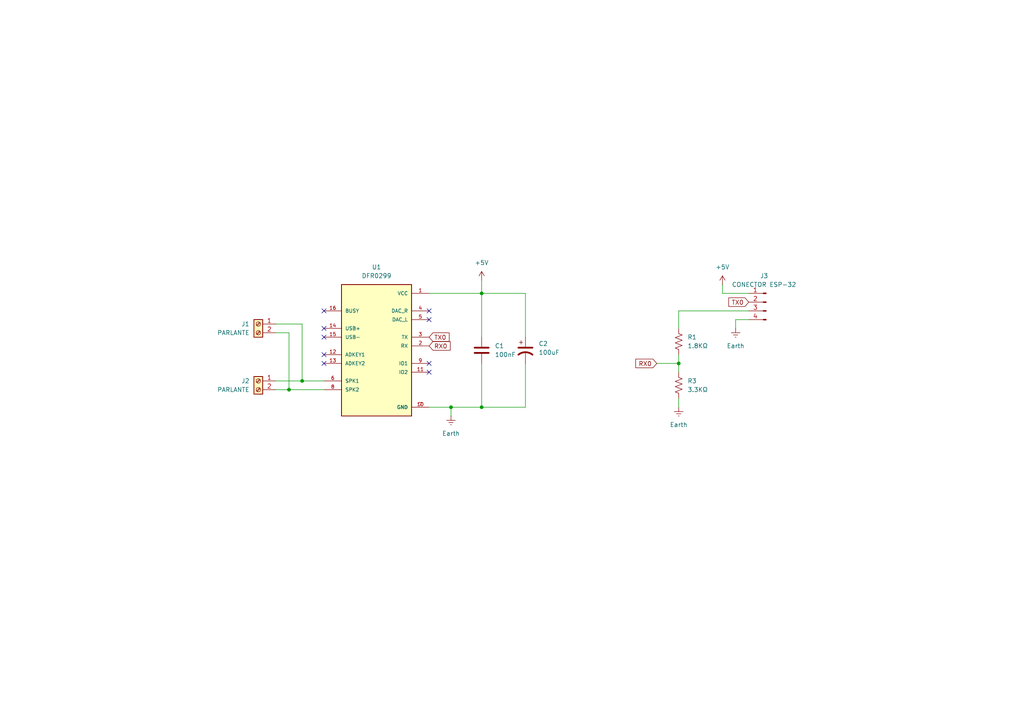
<source format=kicad_sch>
(kicad_sch (version 20231120) (generator "eeschema") (generator_version "8.0")
  (paper "A4")
  (lib_symbols
    (symbol "Connector:Conn_01x04_Pin" (pin_names (offset 1.016) hide)
      (property "Reference" "J" (at 0 5.08 0))
      (property "Value" "Conn_01x04_Pin" (at 0 -7.62 0))
      (symbol "Conn_01x04_Pin_1_1"
        (polyline (pts (xy 1.27 -5.08) (xy 0.8636 -5.08)) (stroke (width 0.1524)))
        (polyline (pts (xy 1.27 -2.54) (xy 0.8636 -2.54)) (stroke (width 0.1524)))
        (polyline (pts (xy 1.27 0) (xy 0.8636 0)) (stroke (width 0.1524)))
        (polyline (pts (xy 1.27 2.54) (xy 0.8636 2.54)) (stroke (width 0.1524)))
        (rectangle (start 0.8636 -4.953) (end 0 -5.207) (stroke (width 0.1524)) (fill (type outline)))
        (rectangle (start 0.8636 -2.413) (end 0 -2.667) (stroke (width 0.1524)) (fill (type outline)))
        (rectangle (start 0.8636 0.127) (end 0 -0.127) (stroke (width 0.1524)) (fill (type outline)))
        (rectangle (start 0.8636 2.667) (end 0 2.413) (stroke (width 0.1524)) (fill (type outline)))
        (pin passive line (at 5.08 2.54 180) (length 3.81) (name "Pin_1") (number "1"))
        (pin passive line (at 5.08 0 180) (length 3.81) (name "Pin_2") (number "2"))
        (pin passive line (at 5.08 -2.54 180) (length 3.81) (name "Pin_3") (number "3"))
        (pin passive line (at 5.08 -5.08 180) (length 3.81) (name "Pin_4") (number "4"))
      )
    )
    (symbol "Connector:Screw_Terminal_01x02" (pin_names (offset 1.016) hide)
      (property "Reference" "J" (at 0 2.54 0))
      (property "Value" "Screw_Terminal_01x02" (at 0 -5.08 0))
      (symbol "Screw_Terminal_01x02_1_1"
        (rectangle (start -1.27 1.27) (end 1.27 -3.81) (stroke (width 0.254)) (fill (type background)))
        (circle (center 0 -2.54) (radius 0.635) (stroke (width 0.1524)))
        (polyline (pts (xy -0.5334 -2.2098) (xy 0.3302 -3.048)) (stroke (width 0.1524)))
        (polyline (pts (xy -0.5334 0.3302) (xy 0.3302 -0.508)) (stroke (width 0.1524)))
        (polyline (pts (xy -0.3556 -2.032) (xy 0.508 -2.8702)) (stroke (width 0.1524)))
        (polyline (pts (xy -0.3556 0.508) (xy 0.508 -0.3302)) (stroke (width 0.1524)))
        (circle (center 0 0) (radius 0.635) (stroke (width 0.1524)))
        (pin passive line (at -5.08 0 0) (length 3.81) (name "Pin_1") (number "1"))
        (pin passive line (at -5.08 -2.54 0) (length 3.81) (name "Pin_2") (number "2"))
      )
    )
    (symbol "DFR0299:DFR0299" (pin_names (offset 1.016))
      (property "Reference" "U" (at -10.16 18.542 0))
      (property "Value" "DFR0299" (at -10.16 -22.86 0))
      (symbol "DFR0299_0_0"
        (rectangle (start -10.16 -20.32) (end 10.16 17.78) (stroke (width 0.254)) (fill (type background)))
        (pin power_in line (at 15.24 15.24 180) (length 5.08) (name "VCC") (number "1"))
        (pin power_in line (at 15.24 -17.78 180) (length 5.08) (name "GND") (number "10"))
        (pin bidirectional line (at 15.24 -7.62 180) (length 5.08) (name "IO2") (number "11"))
        (pin input line (at -15.24 -2.54 0) (length 5.08) (name "ADKEY1") (number "12"))
        (pin input line (at -15.24 -5.08 0) (length 5.08) (name "ADKEY2") (number "13"))
        (pin input line (at -15.24 5.08 0) (length 5.08) (name "USB+") (number "14"))
        (pin input line (at -15.24 2.54 0) (length 5.08) (name "USB-") (number "15"))
        (pin input line (at -15.24 10.16 0) (length 5.08) (name "BUSY") (number "16"))
        (pin input line (at 15.24 0 180) (length 5.08) (name "RX") (number "2"))
        (pin output line (at 15.24 2.54 180) (length 5.08) (name "TX") (number "3"))
        (pin output line (at 15.24 10.16 180) (length 5.08) (name "DAC_R") (number "4"))
        (pin output line (at 15.24 7.62 180) (length 5.08) (name "DAC_L") (number "5"))
        (pin passive line (at -15.24 -10.16 0) (length 5.08) (name "SPK1") (number "6"))
        (pin power_in line (at 15.24 -17.78 180) (length 5.08) (name "GND") (number "7"))
        (pin passive line (at -15.24 -12.7 0) (length 5.08) (name "SPK2") (number "8"))
        (pin bidirectional line (at 15.24 -5.08 180) (length 5.08) (name "IO1") (number "9"))
      )
    )
    (symbol "Device:C" (pin_numbers hide) (pin_names (offset 0.254))
      (property "Reference" "C" (at 0.635 2.54 0))
      (property "Value" "C" (at 0.635 -2.54 0))
      (symbol "C_0_1"
        (polyline (pts (xy -2.032 -0.762) (xy 2.032 -0.762)) (stroke (width 0.508)))
        (polyline (pts (xy -2.032 0.762) (xy 2.032 0.762)) (stroke (width 0.508)))
      )
      (symbol "C_1_1"
        (pin passive line (at 0 3.81 270) (length 2.794) (name "~") (number "1"))
        (pin passive line (at 0 -3.81 90) (length 2.794) (name "~") (number "2"))
      )
    )
    (symbol "Device:C_Polarized_US" (pin_numbers hide) (pin_names (offset 0.254) hide)
      (property "Reference" "C" (at 0.635 2.54 0))
      (property "Value" "C_Polarized_US" (at 0.635 -2.54 0))
      (symbol "C_Polarized_US_0_1"
        (polyline (pts (xy -2.032 0.762) (xy 2.032 0.762)) (stroke (width 0.508)))
        (polyline (pts (xy -1.778 2.286) (xy -0.762 2.286)))
        (polyline (pts (xy -1.27 1.778) (xy -1.27 2.794)))
        (arc (start 2.032 -1.27) (mid 0 -0.5572) (end -2.032 -1.27) (stroke (width 0.508)))
      )
      (symbol "C_Polarized_US_1_1"
        (pin passive line (at 0 3.81 270) (length 2.794) (name "~") (number "1"))
        (pin passive line (at 0 -3.81 90) (length 3.302) (name "~") (number "2"))
      )
    )
    (symbol "Device:R_US" (pin_numbers hide) (pin_names (offset 0))
      (property "Reference" "R" (at 2.54 0 90))
      (property "Value" "R_US" (at -2.54 0 90))
      (symbol "R_US_0_1"
        (polyline (pts (xy 0 -2.286) (xy 0 -2.54)))
        (polyline (pts (xy 0 2.286) (xy 0 2.54)))
        (polyline (pts (xy 0 -0.762) (xy 1.016 -1.143) (xy 0 -1.524) (xy -1.016 -1.905) (xy 0 -2.286)))
        (polyline (pts (xy 0 0.762) (xy 1.016 0.381) (xy 0 0) (xy -1.016 -0.381) (xy 0 -0.762)))
        (polyline (pts (xy 0 2.286) (xy 1.016 1.905) (xy 0 1.524) (xy -1.016 1.143) (xy 0 0.762)))
      )
      (symbol "R_US_1_1"
        (pin passive line (at 0 3.81 270) (length 1.27) (name "~") (number "1"))
        (pin passive line (at 0 -3.81 90) (length 1.27) (name "~") (number "2"))
      )
    )
    (symbol "power:+5V" (power) (pin_numbers hide) (pin_names (offset 0) hide)
      (property "Value" "+5V" (at 0 3.556 0))
      (symbol "+5V_0_1"
        (polyline (pts (xy -0.762 1.27) (xy 0 2.54)))
        (polyline (pts (xy 0 0) (xy 0 2.54)))
        (polyline (pts (xy 0 2.54) (xy 0.762 1.27)))
      )
      (symbol "+5V_1_1"
        (pin power_in line (at 0 0 90) (length 0) (name "~") (number "1"))
      )
    )
    (symbol "power:Earth" (power) (pin_numbers hide) (pin_names (offset 0) hide)
      (property "Value" "Earth" (at 0 -3.81 0))
      (symbol "Earth_0_1"
        (polyline (pts (xy -0.635 -1.905) (xy 0.635 -1.905)))
        (polyline (pts (xy -0.127 -2.54) (xy 0.127 -2.54)))
        (polyline (pts (xy 0 -1.27) (xy 0 0)))
        (polyline (pts (xy 1.27 -1.27) (xy -1.27 -1.27)))
      )
      (symbol "Earth_1_1"
        (pin power_in line (at 0 0 270) (length 0) (name "~") (number "1"))
      )
    )
  )
  (junction (at 83.82 113.03))
  (junction (at 130.81 118.11))
  (junction (at 139.7 118.11))
  (junction (at 139.7 85.09))
  (junction (at 87.63 110.49))
  (junction (at 196.85 105.41))
  (no_connect (at 124.46 107.95))
  (no_connect (at 93.98 105.41))
  (no_connect (at 93.98 97.79))
  (no_connect (at 124.46 92.71))
  (no_connect (at 93.98 95.25))
  (no_connect (at 124.46 105.41))
  (no_connect (at 93.98 102.87))
  (no_connect (at 93.98 90.17))
  (no_connect (at 124.46 90.17))
  (wire (pts (xy 80.01 110.49) (xy 87.63 110.49)))
  (wire (pts (xy 83.82 96.52) (xy 83.82 113.03)))
  (wire (pts (xy 130.81 118.11) (xy 130.81 120.65)))
  (wire (pts (xy 196.85 115.57) (xy 196.85 118.11)))
  (wire (pts (xy 80.01 96.52) (xy 83.82 96.52)))
  (wire (pts (xy 196.85 102.87) (xy 196.85 105.41)))
  (wire (pts (xy 124.46 85.09) (xy 139.7 85.09)))
  (wire (pts (xy 196.85 105.41) (xy 196.85 107.95)))
  (wire (pts (xy 213.36 92.71) (xy 217.17 92.71)))
  (wire (pts (xy 87.63 93.98) (xy 87.63 110.49)))
  (wire (pts (xy 190.5 105.41) (xy 196.85 105.41)))
  (wire (pts (xy 209.55 85.09) (xy 217.17 85.09)))
  (wire (pts (xy 80.01 113.03) (xy 83.82 113.03)))
  (wire (pts (xy 139.7 105.41) (xy 139.7 118.11)))
  (wire (pts (xy 139.7 85.09) (xy 152.4 85.09)))
  (wire (pts (xy 130.81 118.11) (xy 139.7 118.11)))
  (wire (pts (xy 139.7 118.11) (xy 152.4 118.11)))
  (wire (pts (xy 87.63 110.49) (xy 93.98 110.49)))
  (wire (pts (xy 152.4 118.11) (xy 152.4 105.41)))
  (wire (pts (xy 139.7 85.09) (xy 139.7 97.79)))
  (wire (pts (xy 83.82 113.03) (xy 93.98 113.03)))
  (wire (pts (xy 196.85 95.25) (xy 196.85 90.17)))
  (wire (pts (xy 213.36 95.25) (xy 213.36 92.71)))
  (wire (pts (xy 139.7 81.28) (xy 139.7 85.09)))
  (wire (pts (xy 152.4 97.79) (xy 152.4 85.09)))
  (wire (pts (xy 196.85 90.17) (xy 217.17 90.17)))
  (wire (pts (xy 209.55 82.55) (xy 209.55 85.09)))
  (wire (pts (xy 80.01 93.98) (xy 87.63 93.98)))
  (wire (pts (xy 124.46 118.11) (xy 130.81 118.11)))
  (global_label "RX0" (shape input) (at 124.46 100.33 0) (property "Intersheetrefs" "${INTERSHEET_REFS}" (effects (hide yes))))
  (global_label "TX0" (shape input) (at 124.46 97.79 0) (property "Intersheetrefs" "${INTERSHEET_REFS}" (effects (hide yes))))
  (global_label "RX0" (shape input) (at 190.5 105.41 180) (property "Intersheetrefs" "${INTERSHEET_REFS}" (effects (hide yes))))
  (global_label "TX0" (shape input) (at 217.17 87.63 180) (property "Intersheetrefs" "${INTERSHEET_REFS}" (effects (hide yes))))
  (symbol (lib_id "power:+5V") (at 139.7 81.28 0) (unit 1)
    (property "Reference" "#PWR01" (effects (hide yes)))
    (property "Value" "+5V" (at 139.7 76.2 0))
    (property "Description" "Power symbol creates a global label with name \"+5V\"" (effects (hide yes)))
  )
  (symbol (lib_id "Device:C_Polarized_US") (at 152.4 101.6 0) (unit 1)
    (property "Reference" "C2" (at 156.21 99.6949 0) (effects (justify left)))
    (property "Value" "100uF" (at 156.21 102.2349 0) (effects (justify left)))
    (property "Footprint" "Capacitor_SMD:CP_Elec_8x10.5" (effects (hide yes)))
    (property "Description" "Polarized capacitor, US symbol" (effects (hide yes)))
  )
  (symbol (lib_id "Device:R_US") (at 196.85 99.06 180) (unit 1)
    (property "Reference" "R1" (at 199.39 97.7899 0) (effects (justify right)))
    (property "Value" "1.8KΩ" (at 199.39 100.3299 0) (effects (justify right)))
    (property "Footprint" "Resistor_SMD:R_0805_2012Metric" (effects (hide yes)))
    (property "Description" "Resistor, US symbol" (effects (hide yes)))
  )
  (symbol (lib_id "power:Earth") (at 130.81 120.65 0) (unit 1)
    (property "Reference" "#PWR02" (effects (hide yes)))
    (property "Value" "Earth" (at 130.81 125.73 0))
    (property "Description" "Power symbol creates a global label with name \"Earth\"" (effects (hide yes)))
  )
  (symbol (lib_id "power:+5V") (at 209.55 82.55 0) (unit 1)
    (property "Reference" "#PWR03" (effects (hide yes)))
    (property "Value" "+5V" (at 209.55 77.47 0))
    (property "Description" "Power symbol creates a global label with name \"+5V\"" (effects (hide yes)))
  )
  (symbol (lib_id "power:Earth") (at 196.85 118.11 0) (unit 1)
    (property "Reference" "#PWR06" (effects (hide yes)))
    (property "Value" "Earth" (at 196.85 123.19 0))
    (property "Description" "Power symbol creates a global label with name \"Earth\"" (effects (hide yes)))
  )
  (symbol (lib_id "Connector:Conn_01x04_Pin") (at 222.25 87.63 0) (mirror y) (unit 1)
    (property "Reference" "J3" (at 221.615 80.01 0))
    (property "Value" "CONECTOR ESP-32" (at 221.615 82.55 0))
    (property "Footprint" "Connector_JST:JST_XH_B4B-XH-A_1x04_P2.50mm_Vertical" (effects (hide yes)))
    (property "Description" "Generic connector, single row, 01x04, script generated" (effects (hide yes)))
  )
  (symbol (lib_id "Device:R_US") (at 196.85 111.76 180) (unit 1)
    (property "Reference" "R3" (at 199.39 110.4899 0) (effects (justify right)))
    (property "Value" "3.3KΩ" (at 199.39 113.0299 0) (effects (justify right)))
    (property "Footprint" "Resistor_SMD:R_0805_2012Metric" (effects (hide yes)))
    (property "Description" "Resistor, US symbol" (effects (hide yes)))
  )
  (symbol (lib_id "DFR0299:DFR0299") (at 109.22 100.33 0) (unit 1)
    (property "Reference" "U1" (at 109.22 77.47 0))
    (property "Value" "DFR0299" (at 109.22 80.01 0))
    (property "Footprint" "DFR0299:MODULE_DFR0299" (effects (hide yes)))
    (property "DigiKey_Part_Number" "1738-1041-ND" (effects (hide yes)))
    (property "MF" "DFRobot" (effects (hide yes)))
    (property "DESCRIPTION" "Dfplayer - a Mini Mp3 Player" (effects (hide yes)))
    (property "PACKAGE" "None" (effects (hide yes)))
    (property "PRICE" "None" (effects (hide yes)))
    (property "Package" "None" (effects (hide yes)))
    (property "Check_prices" "https://www.snapeda.com/parts/DFR0299/DFRobot/view-part/?ref=eda" (effects (hide yes)))
    (property "SnapEDA_Link" "https://www.snapeda.com/parts/DFR0299/DFRobot/view-part/?ref=snap" (effects (hide yes)))
    (property "MP" "DFR0299" (effects (hide yes)))
    (property "AVAILABILITY" "Unavailable" (effects (hide yes)))
    (property "Description_1" "\n                        \n                            - MP3 Player Audio Arduino Platform Evaluation Expansion Board\n                        \n" (effects (hide yes)))
  )
  (symbol (lib_id "Connector:Screw_Terminal_01x02") (at 74.93 110.49 0) (mirror y) (unit 1)
    (property "Reference" "J2" (at 72.39 110.4899 0) (effects (justify left)))
    (property "Value" "PARLANTE" (at 72.39 113.0299 0) (effects (justify left)))
    (property "Footprint" "Connector_JST:JST_XH_B2B-XH-A_1x02_P2.50mm_Vertical" (effects (hide yes)))
    (property "Description" "Generic screw terminal, single row, 01x02, script generated (kicad-library-utils/schlib/autogen/connector/)" (effects (hide yes)))
  )
  (symbol (lib_id "power:Earth") (at 213.36 95.25 0) (unit 1)
    (property "Reference" "#PWR04" (effects (hide yes)))
    (property "Value" "Earth" (at 213.36 100.33 0))
    (property "Description" "Power symbol creates a global label with name \"Earth\"" (effects (hide yes)))
  )
  (symbol (lib_id "Device:C") (at 139.7 101.6 0) (unit 1)
    (property "Reference" "C1" (at 143.51 100.3299 0) (effects (justify left)))
    (property "Value" "100nF" (at 143.51 102.8699 0) (effects (justify left)))
    (property "Footprint" "Capacitor_SMD:C_0805_2012Metric" (effects (hide yes)))
    (property "Description" "Unpolarized capacitor" (effects (hide yes)))
  )
  (symbol (lib_id "Connector:Screw_Terminal_01x02") (at 74.93 93.98 0) (mirror y) (unit 1)
    (property "Reference" "J1" (at 72.39 93.9799 0) (effects (justify left)))
    (property "Value" "PARLANTE" (at 72.39 96.5199 0) (effects (justify left)))
    (property "Footprint" "Connector_JST:JST_XH_B2B-XH-A_1x02_P2.50mm_Vertical" (effects (hide yes)))
    (property "Description" "Generic screw terminal, single row, 01x02, script generated (kicad-library-utils/schlib/autogen/connector/)" (effects (hide yes)))
  )
)
</source>
